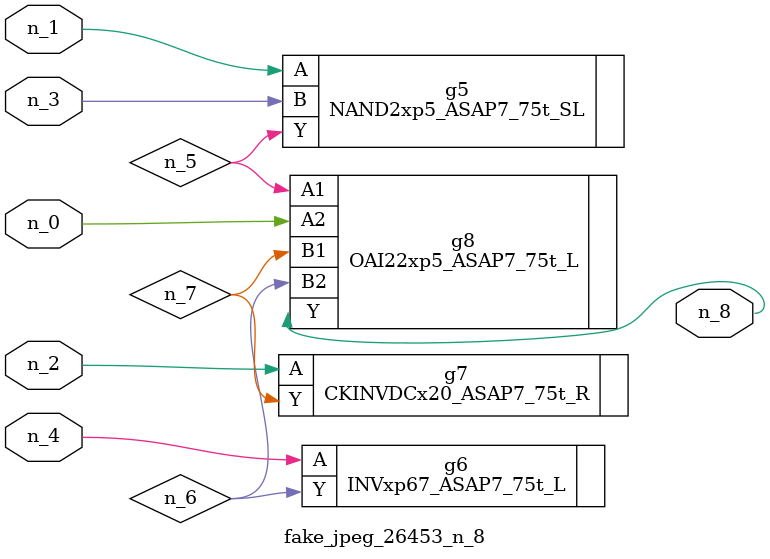
<source format=v>
module fake_jpeg_26453_n_8 (n_3, n_2, n_1, n_0, n_4, n_8);

input n_3;
input n_2;
input n_1;
input n_0;
input n_4;

output n_8;

wire n_6;
wire n_5;
wire n_7;

NAND2xp5_ASAP7_75t_SL g5 ( 
.A(n_1),
.B(n_3),
.Y(n_5)
);

INVxp67_ASAP7_75t_L g6 ( 
.A(n_4),
.Y(n_6)
);

CKINVDCx20_ASAP7_75t_R g7 ( 
.A(n_2),
.Y(n_7)
);

OAI22xp5_ASAP7_75t_L g8 ( 
.A1(n_5),
.A2(n_0),
.B1(n_7),
.B2(n_6),
.Y(n_8)
);


endmodule
</source>
